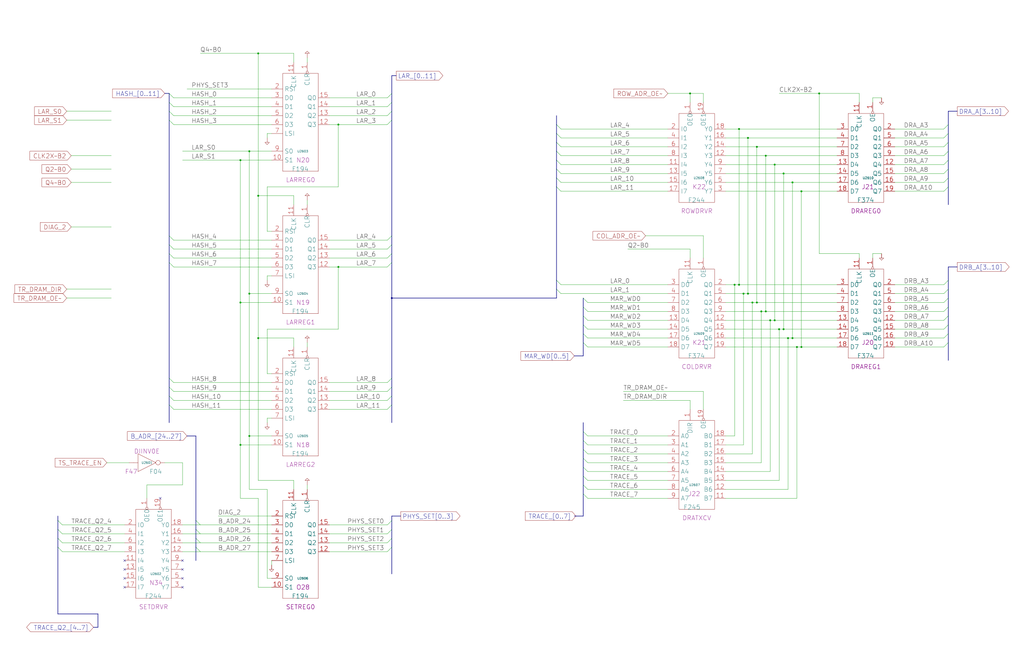
<source format=kicad_sch>
(kicad_sch (version 20250114) (generator "eeschema") (generator_version "9.0")
  (paper "User" 584.2 378.46)
  (title_block (title "ADDRESS\\nLAR AND SET REGISTERS") (date "08-MAR-90") (rev "0.0") (comment 1 "MEM32 BOARD") (comment 2 "232-003066") (comment 3 "S400") (comment 4 "RELEASED"))
  (lib_symbols
    (symbol "r1000:F04" (pin_numbers (hide yes)) (pin_names (hide yes))
      (property "Reference" "U" (at 0 0 0))
      (property "Value" "F04" (at 1.27 -5.08 0))
      (property "Location" "___" (at -12.7 -5.08 0))
      (property "Name" "______" (at 0 5.08 0))
      (symbol "F04_0_1"
        (polyline (pts (xy -7.62 0) (xy -5.08 0)) (stroke (width 0.1524)))
        (polyline (pts (xy -5.08 5.08) (xy -5.08 -5.08)) (stroke (width 0.1524)))
        (polyline (pts (xy 5.08 0) (xy -5.08 5.08)) (stroke (width 0.1524)))
        (polyline (pts (xy 5.08 0) (xy -5.08 -5.08)) (stroke (width 0.1524)))
        (circle (center 6.35 0) (radius 1.27) (stroke (width 0.1524)))
      )
      (symbol "F04_1_1"
        (pin input line (at -10.16 0 0) (length 2.54) (name "D0") (number "1"))
        (pin output line (at 10.16 0 180) (length 2.54) (name "Q") (number "2"))
      )
    )
    (symbol "r1000:F194" (pin_names (offset 1.016))
      (property "Reference" "U" (at 2.54 5.08 0))
      (property "Value" "F194" (at -3.81 -5.08 0))
      (property "Location" "___" (at -1.27 0 0))
      (property "Name" "______" (at 1.27 -12.7 0))
      (symbol "F194_1_1"
        (rectangle (start -8.89 49.53) (end 11.43 -6.35))
        (circle (center 5.08 50.165) (radius 0.635))
        (pin input line (at -15.24 40.64 0) (length 6.35) (name "RSI") (number "2"))
        (pin input line (at -15.24 35.56 0) (length 6.35) (name "D0") (number "3"))
        (pin input line (at -15.24 30.48 0) (length 6.35) (name "D1") (number "4"))
        (pin input line (at -15.24 25.4 0) (length 6.35) (name "D2") (number "5"))
        (pin input line (at -15.24 20.32 0) (length 6.35) (name "D3") (number "6"))
        (pin input line (at -15.24 15.24 0) (length 6.35) (name "LSI") (number "7"))
        (pin input line (at -15.24 5.08 0) (length 6.35) (name "S0") (number "9"))
        (pin input line (at -15.24 0 0) (length 6.35) (name "S1") (number "10"))
        (pin input line (at -2.54 55.88 270) (length 6.35) (name "CLK") (number "11"))
        (pin input line (at 5.08 55.88 270) (length 5.08) (name "CLR") (number "1"))
        (pin output line (at 17.78 35.56 180) (length 6.35) (name "Q0") (number "15"))
        (pin output line (at 17.78 30.48 180) (length 6.35) (name "Q1") (number "14"))
        (pin output line (at 17.78 25.4 180) (length 6.35) (name "Q2") (number "13"))
        (pin output line (at 17.78 20.32 180) (length 6.35) (name "Q3") (number "12"))
      )
    )
    (symbol "r1000:F244" (pin_names (offset 1.016))
      (property "Reference" "U" (at 2.54 5.08 0))
      (property "Value" "F244" (at -3.81 -7.62 0))
      (property "Location" "___" (at -1.27 0 0))
      (property "Name" "______" (at 1.27 -15.24 0))
      (symbol "F244_1_1"
        (rectangle (start -8.89 41.91) (end 11.43 -8.89))
        (circle (center -2.54 42.545) (radius 0.635))
        (circle (center 5.08 42.545) (radius 0.635))
        (pin input line (at -15.24 33.02 0) (length 6.35) (name "I0") (number "2"))
        (pin input line (at -15.24 27.94 0) (length 6.35) (name "I1") (number "4"))
        (pin input line (at -15.24 22.86 0) (length 6.35) (name "I2") (number "6"))
        (pin input line (at -15.24 17.78 0) (length 6.35) (name "I3") (number "8"))
        (pin input line (at -15.24 12.7 0) (length 6.35) (name "I4") (number "11"))
        (pin input line (at -15.24 7.62 0) (length 6.35) (name "I5") (number "13"))
        (pin input line (at -15.24 2.54 0) (length 6.35) (name "I6") (number "15"))
        (pin input line (at -15.24 -2.54 0) (length 6.35) (name "I7") (number "17"))
        (pin input line (at -2.54 48.26 270) (length 5.08) (name "OE0") (number "1"))
        (pin input line (at 5.08 48.26 270) (length 5.08) (name "OE1") (number "19"))
        (pin tri_state line (at 17.78 33.02 180) (length 6.35) (name "Y0") (number "18"))
        (pin tri_state line (at 17.78 27.94 180) (length 6.35) (name "Y1") (number "16"))
        (pin tri_state line (at 17.78 22.86 180) (length 6.35) (name "Y2") (number "14"))
        (pin tri_state line (at 17.78 17.78 180) (length 6.35) (name "Y3") (number "12"))
        (pin tri_state line (at 17.78 12.7 180) (length 6.35) (name "Y4") (number "9"))
        (pin tri_state line (at 17.78 7.62 180) (length 6.35) (name "Y5") (number "7"))
        (pin tri_state line (at 17.78 2.54 180) (length 6.35) (name "Y6") (number "5"))
        (pin tri_state line (at 17.78 -2.54 180) (length 6.35) (name "Y7") (number "3"))
      )
    )
    (symbol "r1000:F245" (pin_names (offset 1.016))
      (property "Reference" "U" (at 2.54 5.08 0))
      (property "Value" "F245" (at -3.81 -7.62 0))
      (property "Location" "___" (at -1.27 0 0))
      (property "Name" "______" (at 3.81 -15.24 0))
      (symbol "F245_1_1"
        (rectangle (start -6.35 41.91) (end 13.97 -8.89))
        (circle (center 7.62 42.545) (radius 0.635))
        (pin bidirectional line (at -12.7 33.02 0) (length 6.35) (name "A0") (number "2"))
        (pin bidirectional line (at -12.7 27.94 0) (length 6.35) (name "A1") (number "3"))
        (pin bidirectional line (at -12.7 22.86 0) (length 6.35) (name "A2") (number "4"))
        (pin bidirectional line (at -12.7 17.78 0) (length 6.35) (name "A3") (number "5"))
        (pin bidirectional line (at -12.7 12.7 0) (length 6.35) (name "A4") (number "6"))
        (pin bidirectional line (at -12.7 7.62 0) (length 6.35) (name "A5") (number "7"))
        (pin bidirectional line (at -12.7 2.54 0) (length 6.35) (name "A6") (number "8"))
        (pin bidirectional line (at -12.7 -2.54 0) (length 6.35) (name "A7") (number "9"))
        (pin input line (at 0 48.26 270) (length 6.35) (name "DIR") (number "1"))
        (pin input line (at 7.62 48.26 270) (length 5.08) (name "OE") (number "19"))
        (pin bidirectional line (at 20.32 33.02 180) (length 6.35) (name "B0") (number "18"))
        (pin bidirectional line (at 20.32 27.94 180) (length 6.35) (name "B1") (number "17"))
        (pin bidirectional line (at 20.32 22.86 180) (length 6.35) (name "B2") (number "16"))
        (pin bidirectional line (at 20.32 17.78 180) (length 6.35) (name "B3") (number "15"))
        (pin bidirectional line (at 20.32 12.7 180) (length 6.35) (name "B4") (number "14"))
        (pin bidirectional line (at 20.32 7.62 180) (length 6.35) (name "B5") (number "13"))
        (pin bidirectional line (at 20.32 2.54 180) (length 6.35) (name "B6") (number "12"))
        (pin bidirectional line (at 20.32 -2.54 180) (length 6.35) (name "B7") (number "11"))
      )
    )
    (symbol "r1000:F374" (pin_names (offset 1.016))
      (property "Reference" "U" (at 2.54 5.08 0))
      (property "Value" "F374" (at -3.81 -7.62 0))
      (property "Location" "___" (at -1.27 0 0))
      (property "Name" "______" (at 1.27 -15.24 0))
      (symbol "F374_1_1"
        (rectangle (start -8.89 41.91) (end 11.43 -8.89))
        (circle (center 5.08 42.545) (radius 0.635))
        (pin input line (at -15.24 33.02 0) (length 6.35) (name "D0") (number "3"))
        (pin input line (at -15.24 27.94 0) (length 6.35) (name "D1") (number "4"))
        (pin input line (at -15.24 22.86 0) (length 6.35) (name "D2") (number "7"))
        (pin input line (at -15.24 17.78 0) (length 6.35) (name "D3") (number "8"))
        (pin input line (at -15.24 12.7 0) (length 6.35) (name "D4") (number "13"))
        (pin input line (at -15.24 7.62 0) (length 6.35) (name "D5") (number "14"))
        (pin input line (at -15.24 2.54 0) (length 6.35) (name "D6") (number "17"))
        (pin input line (at -15.24 -2.54 0) (length 6.35) (name "D7") (number "18"))
        (pin input line (at -2.54 48.26 270) (length 6.35) (name "CLK") (number "11"))
        (pin input line (at 5.08 48.26 270) (length 5.08) (name "OE") (number "1"))
        (pin tri_state line (at 17.78 33.02 180) (length 6.35) (name "Q0") (number "2"))
        (pin tri_state line (at 17.78 27.94 180) (length 6.35) (name "Q1") (number "5"))
        (pin tri_state line (at 17.78 22.86 180) (length 6.35) (name "Q2") (number "6"))
        (pin tri_state line (at 17.78 17.78 180) (length 6.35) (name "Q3") (number "9"))
        (pin tri_state line (at 17.78 12.7 180) (length 6.35) (name "Q4") (number "12"))
        (pin tri_state line (at 17.78 7.62 180) (length 6.35) (name "Q5") (number "15"))
        (pin tri_state line (at 17.78 2.54 180) (length 6.35) (name "Q6") (number "16"))
        (pin tri_state line (at 17.78 -2.54 180) (length 6.35) (name "Q7") (number "19"))
      )
    )
    (symbol "r1000:PD" (power) (pin_numbers (hide yes)) (pin_names (hide yes)) (in_bom no)
      (symbol "PD_0_1"
        (polyline (pts (xy 0 -2.54) (xy 1.27 -2.54) (xy 0 -3.81) (xy -1.27 -2.54) (xy 0 -2.54)) (stroke (width 0.1524)))
      )
      (symbol "PD_1_1"
        (pin power_in line (at 0 0 270) (length 2.54) (name "PD") (number "1"))
      )
    )
    (symbol "r1000:PU" (power) (pin_numbers (hide yes)) (pin_names (hide yes))
      (symbol "PU_0_1"
        (polyline (pts (xy 0 2.54) (xy -1.27 2.54) (xy 0 3.81) (xy 1.27 2.54) (xy 0 2.54)) (stroke (width 0.1524)))
      )
      (symbol "PU_1_1"
        (pin power_in line (at 0 0 90) (length 2.54) (name "PU") (number "1"))
      )
    )
  )
  (junction (at 436.88 177.8))
  (junction (at 419.1 162.56))
  (junction (at 436.88 88.9))
  (junction (at 421.64 162.56))
  (junction (at 142.24 86.36))
  (junction (at 393.7 53.34))
  (junction (at 193.04 152.4))
  (junction (at 441.96 182.88))
  (junction (at 452.12 104.14))
  (junction (at 223.52 170.18))
  (junction (at 147.32 30.48))
  (junction (at 431.8 83.82))
  (junction (at 444.5 187.96))
  (junction (at 193.04 71.12))
  (junction (at 441.96 93.98))
  (junction (at 449.58 193.04))
  (junction (at 467.36 53.34))
  (junction (at 434.34 177.8))
  (junction (at 426.72 167.64))
  (junction (at 142.24 248.92))
  (junction (at 147.32 111.76))
  (junction (at 457.2 109.22))
  (junction (at 142.24 167.64))
  (junction (at 439.42 182.88))
  (junction (at 429.26 172.72))
  (junction (at 421.64 73.66))
  (junction (at 137.16 254))
  (junction (at 457.2 198.12))
  (junction (at 447.04 99.06))
  (junction (at 147.32 193.04))
  (junction (at 452.12 193.04))
  (junction (at 454.66 198.12))
  (junction (at 431.8 172.72))
  (junction (at 447.04 187.96))
  (junction (at 137.16 172.72))
  (junction (at 424.18 167.64))
  (junction (at 137.16 91.44))
  (junction (at 426.72 78.74))
  (no_connect (at 71.12 320.04))
  (no_connect (at 91.44 284.48))
  (no_connect (at 104.14 330.2))
  (no_connect (at 104.14 325.12))
  (no_connect (at 71.12 335.28))
  (no_connect (at 71.12 325.12))
  (no_connect (at 104.14 335.28))
  (no_connect (at 104.14 320.04))
  (no_connect (at 71.12 330.2))
  (bus_entry (at 332.74 190.5) (size 2.54 2.54))
  (bus_entry (at 111.76 297.18) (size 2.54 2.54))
  (bus_entry (at 332.74 195.58) (size 2.54 2.54))
  (bus_entry (at 541.02 81.28) (size -2.54 2.54))
  (bus_entry (at 317.5 76.2) (size 2.54 2.54))
  (bus_entry (at 111.76 302.26) (size 2.54 2.54))
  (bus_entry (at 223.52 307.34) (size -2.54 2.54))
  (bus_entry (at 332.74 271.78) (size 2.54 2.54))
  (bus_entry (at 96.52 63.5) (size 2.54 2.54))
  (bus_entry (at 317.5 106.68) (size 2.54 2.54))
  (bus_entry (at 96.52 231.14) (size 2.54 2.54))
  (bus_entry (at 223.52 215.9) (size -2.54 2.54))
  (bus_entry (at 96.52 134.62) (size 2.54 2.54))
  (bus_entry (at 317.5 71.12) (size 2.54 2.54))
  (bus_entry (at 332.74 185.42) (size 2.54 2.54))
  (bus_entry (at 223.52 220.98) (size -2.54 2.54))
  (bus_entry (at 332.74 180.34) (size 2.54 2.54))
  (bus_entry (at 332.74 170.18) (size 2.54 2.54))
  (bus_entry (at 541.02 76.2) (size -2.54 2.54))
  (bus_entry (at 332.74 276.86) (size 2.54 2.54))
  (bus_entry (at 33.02 302.26) (size 2.54 2.54))
  (bus_entry (at 96.52 215.9) (size 2.54 2.54))
  (bus_entry (at 541.02 106.68) (size -2.54 2.54))
  (bus_entry (at 332.74 266.7) (size 2.54 2.54))
  (bus_entry (at 223.52 144.78) (size -2.54 2.54))
  (bus_entry (at 317.5 81.28) (size 2.54 2.54))
  (bus_entry (at 96.52 226.06) (size 2.54 2.54))
  (bus_entry (at 541.02 185.42) (size -2.54 2.54))
  (bus_entry (at 96.52 139.7) (size 2.54 2.54))
  (bus_entry (at 332.74 246.38) (size 2.54 2.54))
  (bus_entry (at 541.02 165.1) (size -2.54 2.54))
  (bus_entry (at 332.74 256.54) (size 2.54 2.54))
  (bus_entry (at 541.02 91.44) (size -2.54 2.54))
  (bus_entry (at 541.02 170.18) (size -2.54 2.54))
  (bus_entry (at 223.52 53.34) (size -2.54 2.54))
  (bus_entry (at 96.52 144.78) (size 2.54 2.54))
  (bus_entry (at 223.52 302.26) (size -2.54 2.54))
  (bus_entry (at 541.02 86.36) (size -2.54 2.54))
  (bus_entry (at 223.52 58.42) (size -2.54 2.54))
  (bus_entry (at 96.52 68.58) (size 2.54 2.54))
  (bus_entry (at 317.5 86.36) (size 2.54 2.54))
  (bus_entry (at 541.02 195.58) (size -2.54 2.54))
  (bus_entry (at 541.02 190.5) (size -2.54 2.54))
  (bus_entry (at 332.74 251.46) (size 2.54 2.54))
  (bus_entry (at 317.5 165.1) (size 2.54 2.54))
  (bus_entry (at 33.02 312.42) (size 2.54 2.54))
  (bus_entry (at 541.02 96.52) (size -2.54 2.54))
  (bus_entry (at 541.02 71.12) (size -2.54 2.54))
  (bus_entry (at 223.52 231.14) (size -2.54 2.54))
  (bus_entry (at 223.52 68.58) (size -2.54 2.54))
  (bus_entry (at 541.02 101.6) (size -2.54 2.54))
  (bus_entry (at 317.5 91.44) (size 2.54 2.54))
  (bus_entry (at 541.02 160.02) (size -2.54 2.54))
  (bus_entry (at 223.52 226.06) (size -2.54 2.54))
  (bus_entry (at 317.5 101.6) (size 2.54 2.54))
  (bus_entry (at 223.52 312.42) (size -2.54 2.54))
  (bus_entry (at 223.52 297.18) (size -2.54 2.54))
  (bus_entry (at 33.02 307.34) (size 2.54 2.54))
  (bus_entry (at 541.02 175.26) (size -2.54 2.54))
  (bus_entry (at 223.52 149.86) (size -2.54 2.54))
  (bus_entry (at 332.74 261.62) (size 2.54 2.54))
  (bus_entry (at 317.5 160.02) (size 2.54 2.54))
  (bus_entry (at 111.76 312.42) (size 2.54 2.54))
  (bus_entry (at 332.74 175.26) (size 2.54 2.54))
  (bus_entry (at 223.52 134.62) (size -2.54 2.54))
  (bus_entry (at 317.5 96.52) (size 2.54 2.54))
  (bus_entry (at 541.02 180.34) (size -2.54 2.54))
  (bus_entry (at 332.74 281.94) (size 2.54 2.54))
  (bus_entry (at 96.52 220.98) (size 2.54 2.54))
  (bus_entry (at 223.52 139.7) (size -2.54 2.54))
  (bus_entry (at 223.52 63.5) (size -2.54 2.54))
  (bus_entry (at 96.52 58.42) (size 2.54 2.54))
  (bus_entry (at 111.76 307.34) (size 2.54 2.54))
  (bus_entry (at 96.52 149.86) (size 2.54 2.54))
  (bus_entry (at 96.52 53.34) (size 2.54 2.54))
  (bus_entry (at 33.02 297.18) (size 2.54 2.54))
  (bus (pts (xy 93.98 53.34) (xy 96.52 53.34)))
  (wire (pts (xy 99.06 147.32) (xy 154.94 147.32)))
  (wire (pts (xy 447.04 99.06) (xy 477.52 99.06)))
  (wire (pts (xy 419.1 162.56) (xy 421.64 162.56)))
  (bus (pts (xy 106.68 248.92) (xy 111.76 248.92)))
  (wire (pts (xy 147.32 111.76) (xy 167.64 111.76)))
  (bus (pts (xy 317.5 101.6) (xy 317.5 106.68)))
  (wire (pts (xy 137.16 254) (xy 137.16 284.48)))
  (bus (pts (xy 33.02 294.64) (xy 33.02 297.18)))
  (wire (pts (xy 431.8 83.82) (xy 431.8 172.72)))
  (wire (pts (xy 167.64 279.4) (xy 167.64 274.32)))
  (wire (pts (xy 187.96 233.68) (xy 220.98 233.68)))
  (wire (pts (xy 35.56 314.96) (xy 71.12 314.96)))
  (bus (pts (xy 541.02 63.5) (xy 541.02 71.12)))
  (wire (pts (xy 38.1 165.1) (xy 63.5 165.1)))
  (bus (pts (xy 541.02 106.68) (xy 541.02 116.84)))
  (wire (pts (xy 457.2 109.22) (xy 477.52 109.22)))
  (bus (pts (xy 223.52 170.18) (xy 317.5 170.18)))
  (wire (pts (xy 147.32 284.48) (xy 137.16 284.48)))
  (wire (pts (xy 510.54 187.96) (xy 538.48 187.96)))
  (wire (pts (xy 414.02 78.74) (xy 426.72 78.74)))
  (wire (pts (xy 320.04 167.64) (xy 381 167.64)))
  (wire (pts (xy 147.32 193.04) (xy 167.64 193.04)))
  (wire (pts (xy 452.12 104.14) (xy 452.12 193.04)))
  (bus (pts (xy 111.76 312.42) (xy 111.76 320.04)))
  (wire (pts (xy 401.32 223.52) (xy 401.32 233.68)))
  (wire (pts (xy 401.32 134.62) (xy 401.32 147.32)))
  (wire (pts (xy 490.22 53.34) (xy 490.22 58.42)))
  (wire (pts (xy 510.54 109.22) (xy 538.48 109.22)))
  (wire (pts (xy 447.04 99.06) (xy 447.04 187.96)))
  (wire (pts (xy 320.04 93.98) (xy 381 93.98)))
  (wire (pts (xy 147.32 274.32) (xy 147.32 193.04)))
  (wire (pts (xy 414.02 109.22) (xy 457.2 109.22)))
  (wire (pts (xy 106.68 50.8) (xy 154.94 50.8)))
  (wire (pts (xy 510.54 73.66) (xy 538.48 73.66)))
  (wire (pts (xy 99.06 60.96) (xy 154.94 60.96)))
  (wire (pts (xy 426.72 78.74) (xy 426.72 167.64)))
  (bus (pts (xy 96.52 139.7) (xy 96.52 144.78)))
  (wire (pts (xy 467.36 144.78) (xy 467.36 53.34)))
  (wire (pts (xy 114.3 309.88) (xy 154.94 309.88)))
  (bus (pts (xy 541.02 71.12) (xy 541.02 76.2)))
  (wire (pts (xy 452.12 104.14) (xy 477.52 104.14)))
  (wire (pts (xy 434.34 264.16) (xy 414.02 264.16)))
  (bus (pts (xy 332.74 281.94) (xy 332.74 294.64)))
  (wire (pts (xy 320.04 88.9) (xy 381 88.9)))
  (wire (pts (xy 510.54 99.06) (xy 538.48 99.06)))
  (wire (pts (xy 99.06 223.52) (xy 154.94 223.52)))
  (bus (pts (xy 317.5 165.1) (xy 317.5 170.18)))
  (wire (pts (xy 335.28 284.48) (xy 381 284.48)))
  (bus (pts (xy 541.02 175.26) (xy 541.02 180.34)))
  (bus (pts (xy 332.74 256.54) (xy 332.74 261.62)))
  (wire (pts (xy 441.96 182.88) (xy 477.52 182.88)))
  (bus (pts (xy 223.52 294.64) (xy 228.6 294.64)))
  (wire (pts (xy 335.28 274.32) (xy 381 274.32)))
  (wire (pts (xy 452.12 193.04) (xy 477.52 193.04)))
  (bus (pts (xy 96.52 226.06) (xy 96.52 231.14)))
  (wire (pts (xy 320.04 109.22) (xy 381 109.22)))
  (wire (pts (xy 187.96 66.04) (xy 220.98 66.04)))
  (wire (pts (xy 429.26 259.08) (xy 429.26 172.72)))
  (wire (pts (xy 439.42 182.88) (xy 441.96 182.88)))
  (wire (pts (xy 154.94 335.28) (xy 147.32 335.28)))
  (bus (pts (xy 223.52 58.42) (xy 223.52 63.5)))
  (bus (pts (xy 223.52 294.64) (xy 223.52 297.18)))
  (wire (pts (xy 35.56 299.72) (xy 71.12 299.72)))
  (wire (pts (xy 167.64 35.56) (xy 167.64 30.48)))
  (wire (pts (xy 152.4 213.36) (xy 154.94 213.36)))
  (wire (pts (xy 99.06 228.6) (xy 154.94 228.6)))
  (wire (pts (xy 152.4 279.4) (xy 142.24 279.4)))
  (wire (pts (xy 449.58 193.04) (xy 452.12 193.04)))
  (wire (pts (xy 393.7 53.34) (xy 393.7 58.42)))
  (wire (pts (xy 444.5 53.34) (xy 467.36 53.34)))
  (bus (pts (xy 332.74 185.42) (xy 332.74 190.5)))
  (wire (pts (xy 187.96 299.72) (xy 220.98 299.72)))
  (wire (pts (xy 104.14 86.36) (xy 142.24 86.36)))
  (bus (pts (xy 96.52 215.9) (xy 96.52 220.98)))
  (wire (pts (xy 99.06 218.44) (xy 154.94 218.44)))
  (bus (pts (xy 541.02 91.44) (xy 541.02 96.52)))
  (bus (pts (xy 223.52 43.18) (xy 223.52 53.34)))
  (bus (pts (xy 33.02 297.18) (xy 33.02 302.26)))
  (wire (pts (xy 335.28 182.88) (xy 381 182.88)))
  (bus (pts (xy 223.52 215.9) (xy 223.52 220.98)))
  (bus (pts (xy 541.02 180.34) (xy 541.02 185.42)))
  (bus (pts (xy 96.52 58.42) (xy 96.52 63.5)))
  (wire (pts (xy 99.06 233.68) (xy 154.94 233.68)))
  (wire (pts (xy 142.24 248.92) (xy 154.94 248.92)))
  (bus (pts (xy 332.74 175.26) (xy 332.74 180.34)))
  (wire (pts (xy 137.16 91.44) (xy 154.94 91.44)))
  (wire (pts (xy 40.64 88.9) (xy 63.5 88.9)))
  (wire (pts (xy 99.06 66.04) (xy 154.94 66.04)))
  (wire (pts (xy 175.26 33.02) (xy 175.26 35.56)))
  (wire (pts (xy 152.4 157.48) (xy 154.94 157.48)))
  (wire (pts (xy 355.6 223.52) (xy 401.32 223.52)))
  (wire (pts (xy 137.16 254) (xy 154.94 254)))
  (wire (pts (xy 510.54 172.72) (xy 538.48 172.72)))
  (bus (pts (xy 317.5 86.36) (xy 317.5 91.44)))
  (wire (pts (xy 426.72 78.74) (xy 477.52 78.74)))
  (wire (pts (xy 93.98 264.16) (xy 104.14 264.16)))
  (bus (pts (xy 223.52 43.18) (xy 226.06 43.18)))
  (wire (pts (xy 502.92 55.88) (xy 497.84 55.88)))
  (wire (pts (xy 40.64 129.54) (xy 63.5 129.54)))
  (wire (pts (xy 147.32 193.04) (xy 147.32 111.76)))
  (wire (pts (xy 426.72 167.64) (xy 477.52 167.64)))
  (bus (pts (xy 317.5 71.12) (xy 317.5 76.2)))
  (bus (pts (xy 223.52 226.06) (xy 223.52 231.14)))
  (wire (pts (xy 320.04 104.14) (xy 381 104.14)))
  (wire (pts (xy 193.04 187.96) (xy 152.4 187.96)))
  (wire (pts (xy 137.16 254) (xy 137.16 172.72)))
  (bus (pts (xy 541.02 170.18) (xy 541.02 175.26)))
  (bus (pts (xy 332.74 170.18) (xy 332.74 175.26)))
  (wire (pts (xy 431.8 83.82) (xy 477.52 83.82)))
  (bus (pts (xy 96.52 134.62) (xy 96.52 139.7)))
  (wire (pts (xy 99.06 152.4) (xy 154.94 152.4)))
  (wire (pts (xy 114.3 30.48) (xy 147.32 30.48)))
  (wire (pts (xy 414.02 167.64) (xy 424.18 167.64)))
  (wire (pts (xy 104.14 304.8) (xy 114.3 304.8)))
  (wire (pts (xy 419.1 248.92) (xy 419.1 162.56)))
  (bus (pts (xy 541.02 190.5) (xy 541.02 195.58)))
  (wire (pts (xy 137.16 172.72) (xy 154.94 172.72)))
  (bus (pts (xy 55.88 358.14) (xy 55.88 350.52)))
  (wire (pts (xy 355.6 228.6) (xy 393.7 228.6)))
  (wire (pts (xy 152.4 238.76) (xy 154.94 238.76)))
  (wire (pts (xy 436.88 88.9) (xy 436.88 177.8)))
  (wire (pts (xy 187.96 137.16) (xy 220.98 137.16)))
  (bus (pts (xy 223.52 231.14) (xy 223.52 241.3)))
  (wire (pts (xy 434.34 177.8) (xy 434.34 264.16)))
  (wire (pts (xy 104.14 314.96) (xy 114.3 314.96)))
  (wire (pts (xy 152.4 241.3) (xy 152.4 238.76)))
  (wire (pts (xy 454.66 198.12) (xy 454.66 284.48)))
  (wire (pts (xy 424.18 167.64) (xy 426.72 167.64)))
  (bus (pts (xy 541.02 101.6) (xy 541.02 106.68)))
  (wire (pts (xy 320.04 99.06) (xy 381 99.06)))
  (bus (pts (xy 332.74 251.46) (xy 332.74 256.54)))
  (wire (pts (xy 152.4 187.96) (xy 152.4 213.36)))
  (wire (pts (xy 368.3 134.62) (xy 401.32 134.62)))
  (wire (pts (xy 510.54 182.88) (xy 538.48 182.88)))
  (wire (pts (xy 99.06 71.12) (xy 154.94 71.12)))
  (wire (pts (xy 147.32 335.28) (xy 147.32 284.48)))
  (wire (pts (xy 414.02 93.98) (xy 441.96 93.98)))
  (wire (pts (xy 320.04 73.66) (xy 381 73.66)))
  (bus (pts (xy 111.76 248.92) (xy 111.76 297.18)))
  (bus (pts (xy 541.02 76.2) (xy 541.02 81.28)))
  (wire (pts (xy 447.04 187.96) (xy 477.52 187.96)))
  (wire (pts (xy 335.28 193.04) (xy 381 193.04)))
  (wire (pts (xy 187.96 309.88) (xy 220.98 309.88)))
  (bus (pts (xy 55.88 350.52) (xy 33.02 350.52)))
  (wire (pts (xy 187.96 218.44) (xy 220.98 218.44)))
  (wire (pts (xy 142.24 86.36) (xy 154.94 86.36)))
  (wire (pts (xy 429.26 172.72) (xy 431.8 172.72)))
  (bus (pts (xy 111.76 297.18) (xy 111.76 302.26)))
  (bus (pts (xy 317.5 81.28) (xy 317.5 86.36)))
  (wire (pts (xy 152.4 132.08) (xy 154.94 132.08)))
  (wire (pts (xy 414.02 248.92) (xy 419.1 248.92)))
  (wire (pts (xy 114.3 304.8) (xy 154.94 304.8)))
  (bus (pts (xy 541.02 152.4) (xy 546.1 152.4)))
  (bus (pts (xy 111.76 307.34) (xy 111.76 312.42)))
  (wire (pts (xy 175.26 195.58) (xy 175.26 198.12)))
  (wire (pts (xy 154.94 320.04) (xy 154.94 322.58)))
  (wire (pts (xy 35.56 304.8) (xy 71.12 304.8)))
  (wire (pts (xy 335.28 187.96) (xy 381 187.96)))
  (bus (pts (xy 223.52 149.86) (xy 223.52 170.18)))
  (wire (pts (xy 510.54 177.8) (xy 538.48 177.8)))
  (wire (pts (xy 167.64 116.84) (xy 167.64 111.76)))
  (wire (pts (xy 152.4 106.68) (xy 152.4 132.08)))
  (wire (pts (xy 187.96 223.52) (xy 220.98 223.52)))
  (bus (pts (xy 53.34 358.14) (xy 55.88 358.14)))
  (bus (pts (xy 33.02 312.42) (xy 33.02 350.52)))
  (wire (pts (xy 510.54 78.74) (xy 538.48 78.74)))
  (wire (pts (xy 114.3 299.72) (xy 154.94 299.72)))
  (wire (pts (xy 187.96 314.96) (xy 220.98 314.96)))
  (bus (pts (xy 332.74 195.58) (xy 332.74 203.2)))
  (wire (pts (xy 152.4 330.2) (xy 152.4 279.4)))
  (wire (pts (xy 175.26 114.3) (xy 175.26 116.84)))
  (bus (pts (xy 317.5 160.02) (xy 317.5 165.1)))
  (bus (pts (xy 96.52 220.98) (xy 96.52 226.06)))
  (wire (pts (xy 414.02 88.9) (xy 436.88 88.9)))
  (wire (pts (xy 414.02 193.04) (xy 449.58 193.04)))
  (wire (pts (xy 414.02 99.06) (xy 447.04 99.06)))
  (bus (pts (xy 96.52 231.14) (xy 96.52 241.3)))
  (wire (pts (xy 335.28 279.4) (xy 381 279.4)))
  (wire (pts (xy 114.3 314.96) (xy 154.94 314.96)))
  (wire (pts (xy 193.04 152.4) (xy 220.98 152.4)))
  (wire (pts (xy 193.04 71.12) (xy 193.04 106.68)))
  (bus (pts (xy 541.02 160.02) (xy 541.02 165.1)))
  (bus (pts (xy 223.52 63.5) (xy 223.52 68.58)))
  (wire (pts (xy 38.1 68.58) (xy 63.5 68.58)))
  (wire (pts (xy 457.2 198.12) (xy 477.52 198.12)))
  (wire (pts (xy 187.96 55.88) (xy 220.98 55.88)))
  (bus (pts (xy 223.52 53.34) (xy 223.52 58.42)))
  (wire (pts (xy 510.54 88.9) (xy 538.48 88.9)))
  (bus (pts (xy 223.52 307.34) (xy 223.52 312.42)))
  (wire (pts (xy 449.58 193.04) (xy 449.58 279.4)))
  (wire (pts (xy 99.06 137.16) (xy 154.94 137.16)))
  (bus (pts (xy 96.52 63.5) (xy 96.52 68.58)))
  (wire (pts (xy 444.5 187.96) (xy 447.04 187.96)))
  (wire (pts (xy 421.64 162.56) (xy 477.52 162.56)))
  (wire (pts (xy 154.94 330.2) (xy 152.4 330.2)))
  (wire (pts (xy 414.02 162.56) (xy 419.1 162.56)))
  (bus (pts (xy 33.02 302.26) (xy 33.02 307.34)))
  (wire (pts (xy 441.96 93.98) (xy 477.52 93.98)))
  (wire (pts (xy 424.18 167.64) (xy 424.18 254)))
  (wire (pts (xy 490.22 147.32) (xy 490.22 144.78)))
  (wire (pts (xy 358.14 142.24) (xy 393.7 142.24)))
  (wire (pts (xy 449.58 279.4) (xy 414.02 279.4)))
  (wire (pts (xy 152.4 76.2) (xy 154.94 76.2)))
  (bus (pts (xy 332.74 241.3) (xy 332.74 246.38)))
  (bus (pts (xy 541.02 185.42) (xy 541.02 190.5)))
  (wire (pts (xy 152.4 78.74) (xy 152.4 76.2)))
  (bus (pts (xy 33.02 307.34) (xy 33.02 312.42)))
  (wire (pts (xy 510.54 162.56) (xy 538.48 162.56)))
  (wire (pts (xy 439.42 269.24) (xy 439.42 182.88)))
  (wire (pts (xy 104.14 309.88) (xy 114.3 309.88)))
  (wire (pts (xy 99.06 142.24) (xy 154.94 142.24)))
  (wire (pts (xy 175.26 276.86) (xy 175.26 279.4)))
  (wire (pts (xy 497.84 144.78) (xy 497.84 147.32)))
  (bus (pts (xy 223.52 297.18) (xy 223.52 302.26)))
  (wire (pts (xy 510.54 193.04) (xy 538.48 193.04)))
  (wire (pts (xy 320.04 83.82) (xy 381 83.82)))
  (bus (pts (xy 111.76 302.26) (xy 111.76 307.34)))
  (wire (pts (xy 152.4 160.02) (xy 152.4 157.48)))
  (wire (pts (xy 414.02 259.08) (xy 429.26 259.08)))
  (wire (pts (xy 444.5 187.96) (xy 444.5 274.32)))
  (wire (pts (xy 335.28 172.72) (xy 381 172.72)))
  (wire (pts (xy 335.28 248.92) (xy 381 248.92)))
  (bus (pts (xy 541.02 165.1) (xy 541.02 170.18)))
  (bus (pts (xy 541.02 96.52) (xy 541.02 101.6)))
  (wire (pts (xy 510.54 198.12) (xy 538.48 198.12)))
  (wire (pts (xy 414.02 198.12) (xy 454.66 198.12)))
  (wire (pts (xy 187.96 152.4) (xy 193.04 152.4)))
  (wire (pts (xy 38.1 170.18) (xy 63.5 170.18)))
  (wire (pts (xy 60.96 264.16) (xy 73.66 264.16)))
  (wire (pts (xy 393.7 142.24) (xy 393.7 147.32)))
  (wire (pts (xy 40.64 96.52) (xy 63.5 96.52)))
  (wire (pts (xy 502.92 144.78) (xy 497.84 144.78)))
  (bus (pts (xy 223.52 68.58) (xy 223.52 134.62)))
  (wire (pts (xy 393.7 53.34) (xy 401.32 53.34)))
  (wire (pts (xy 83.82 276.86) (xy 83.82 284.48)))
  (wire (pts (xy 421.64 73.66) (xy 477.52 73.66)))
  (wire (pts (xy 414.02 269.24) (xy 439.42 269.24)))
  (wire (pts (xy 137.16 172.72) (xy 137.16 91.44)))
  (wire (pts (xy 454.66 198.12) (xy 457.2 198.12)))
  (wire (pts (xy 193.04 106.68) (xy 152.4 106.68)))
  (wire (pts (xy 434.34 177.8) (xy 436.88 177.8)))
  (wire (pts (xy 104.14 276.86) (xy 83.82 276.86)))
  (wire (pts (xy 187.96 147.32) (xy 220.98 147.32)))
  (wire (pts (xy 510.54 83.82) (xy 538.48 83.82)))
  (bus (pts (xy 223.52 144.78) (xy 223.52 149.86)))
  (wire (pts (xy 401.32 53.34) (xy 401.32 58.42)))
  (wire (pts (xy 414.02 182.88) (xy 439.42 182.88)))
  (wire (pts (xy 320.04 162.56) (xy 381 162.56)))
  (wire (pts (xy 414.02 73.66) (xy 421.64 73.66)))
  (bus (pts (xy 96.52 149.86) (xy 96.52 215.9)))
  (bus (pts (xy 332.74 276.86) (xy 332.74 281.94)))
  (wire (pts (xy 147.32 111.76) (xy 147.32 30.48)))
  (wire (pts (xy 104.14 91.44) (xy 137.16 91.44)))
  (bus (pts (xy 541.02 195.58) (xy 541.02 205.74)))
  (wire (pts (xy 104.14 299.72) (xy 114.3 299.72)))
  (wire (pts (xy 510.54 104.14) (xy 538.48 104.14)))
  (wire (pts (xy 467.36 53.34) (xy 490.22 53.34)))
  (bus (pts (xy 96.52 53.34) (xy 96.52 58.42)))
  (wire (pts (xy 104.14 264.16) (xy 104.14 276.86)))
  (bus (pts (xy 317.5 76.2) (xy 317.5 81.28)))
  (bus (pts (xy 96.52 144.78) (xy 96.52 149.86)))
  (wire (pts (xy 497.84 55.88) (xy 497.84 58.42)))
  (wire (pts (xy 421.64 73.66) (xy 421.64 162.56)))
  (bus (pts (xy 332.74 261.62) (xy 332.74 266.7)))
  (wire (pts (xy 457.2 109.22) (xy 457.2 198.12)))
  (wire (pts (xy 414.02 104.14) (xy 452.12 104.14)))
  (bus (pts (xy 541.02 86.36) (xy 541.02 91.44)))
  (bus (pts (xy 223.52 170.18) (xy 223.52 215.9)))
  (bus (pts (xy 223.52 302.26) (xy 223.52 307.34)))
  (wire (pts (xy 187.96 142.24) (xy 220.98 142.24)))
  (wire (pts (xy 436.88 88.9) (xy 477.52 88.9)))
  (wire (pts (xy 124.46 294.64) (xy 154.94 294.64)))
  (wire (pts (xy 35.56 309.88) (xy 71.12 309.88)))
  (wire (pts (xy 99.06 55.88) (xy 154.94 55.88)))
  (bus (pts (xy 223.52 312.42) (xy 223.52 327.66)))
  (bus (pts (xy 541.02 152.4) (xy 541.02 160.02)))
  (wire (pts (xy 193.04 71.12) (xy 220.98 71.12)))
  (wire (pts (xy 40.64 104.14) (xy 63.5 104.14)))
  (bus (pts (xy 332.74 180.34) (xy 332.74 185.42)))
  (wire (pts (xy 510.54 167.64) (xy 538.48 167.64)))
  (bus (pts (xy 332.74 190.5) (xy 332.74 195.58)))
  (bus (pts (xy 332.74 266.7) (xy 332.74 271.78)))
  (bus (pts (xy 327.66 294.64) (xy 332.74 294.64)))
  (bus (pts (xy 317.5 66.04) (xy 317.5 71.12)))
  (wire (pts (xy 335.28 259.08) (xy 381 259.08)))
  (wire (pts (xy 335.28 254) (xy 381 254)))
  (bus (pts (xy 317.5 106.68) (xy 317.5 160.02)))
  (wire (pts (xy 142.24 248.92) (xy 142.24 167.64)))
  (bus (pts (xy 541.02 63.5) (xy 546.1 63.5)))
  (wire (pts (xy 436.88 177.8) (xy 477.52 177.8)))
  (bus (pts (xy 317.5 91.44) (xy 317.5 96.52)))
  (wire (pts (xy 167.64 198.12) (xy 167.64 193.04)))
  (bus (pts (xy 332.74 271.78) (xy 332.74 276.86)))
  (wire (pts (xy 490.22 144.78) (xy 467.36 144.78)))
  (bus (pts (xy 317.5 96.52) (xy 317.5 101.6)))
  (wire (pts (xy 142.24 248.92) (xy 142.24 279.4)))
  (wire (pts (xy 335.28 269.24) (xy 381 269.24)))
  (wire (pts (xy 414.02 187.96) (xy 444.5 187.96)))
  (wire (pts (xy 335.28 177.8) (xy 381 177.8)))
  (wire (pts (xy 381 53.34) (xy 393.7 53.34)))
  (wire (pts (xy 431.8 172.72) (xy 477.52 172.72)))
  (wire (pts (xy 167.64 274.32) (xy 147.32 274.32)))
  (wire (pts (xy 454.66 284.48) (xy 414.02 284.48)))
  (bus (pts (xy 223.52 134.62) (xy 223.52 139.7)))
  (bus (pts (xy 96.52 68.58) (xy 96.52 134.62)))
  (wire (pts (xy 142.24 167.64) (xy 142.24 86.36)))
  (wire (pts (xy 38.1 63.5) (xy 63.5 63.5)))
  (wire (pts (xy 320.04 78.74) (xy 381 78.74)))
  (bus (pts (xy 223.52 139.7) (xy 223.52 144.78)))
  (bus (pts (xy 541.02 81.28) (xy 541.02 86.36)))
  (bus (pts (xy 327.66 203.2) (xy 332.74 203.2)))
  (wire (pts (xy 187.96 60.96) (xy 220.98 60.96)))
  (wire (pts (xy 335.28 198.12) (xy 381 198.12)))
  (wire (pts (xy 441.96 93.98) (xy 441.96 182.88)))
  (wire (pts (xy 187.96 228.6) (xy 220.98 228.6)))
  (wire (pts (xy 147.32 30.48) (xy 167.64 30.48)))
  (wire (pts (xy 393.7 228.6) (xy 393.7 233.68)))
  (bus (pts (xy 332.74 246.38) (xy 332.74 251.46)))
  (wire (pts (xy 187.96 71.12) (xy 193.04 71.12)))
  (wire (pts (xy 335.28 264.16) (xy 381 264.16)))
  (wire (pts (xy 414.02 172.72) (xy 429.26 172.72)))
  (wire (pts (xy 414.02 177.8) (xy 434.34 177.8)))
  (wire (pts (xy 193.04 152.4) (xy 193.04 187.96)))
  (wire (pts (xy 142.24 167.64) (xy 154.94 167.64)))
  (wire (pts (xy 424.18 254) (xy 414.02 254)))
  (wire (pts (xy 444.5 274.32) (xy 414.02 274.32)))
  (wire (pts (xy 510.54 93.98) (xy 538.48 93.98)))
  (wire (pts (xy 187.96 304.8) (xy 220.98 304.8)))
  (wire (pts (xy 414.02 83.82) (xy 431.8 83.82)))
  (bus (pts (xy 223.52 220.98) (xy 223.52 226.06)))
  (label "LAR_1" (at 347.98 167.64 0) (effects (font (size 2.54 2.54))))
  (label "LAR_6" (at 347.98 83.82 0) (effects (font (size 2.54 2.54))))
  (label "LAR_5" (at 203.2 142.24 0) (effects (font (size 2.54 2.54))))
  (label "LAR_9" (at 347.98 99.06 0) (effects (font (size 2.54 2.54))))
  (label "LAR_6" (at 203.2 147.32 0) (effects (font (size 2.54 2.54))))
  (label "HASH_5" (at 109.22 142.24 0) (effects (font (size 2.54 2.54))))
  (label "HASH_2" (at 109.22 66.04 0) (effects (font (size 2.54 2.54))))
  (label "LAR_10" (at 347.98 104.14 0) (effects (font (size 2.54 2.54))))
  (label "HASH_6" (at 109.22 147.32 0) (effects (font (size 2.54 2.54))))
  (label "LAR_10" (at 203.2 228.6 0) (effects (font (size 2.54 2.54))))
  (label "DIAG_2" (at 124.46 294.64 0) (effects (font (size 2.54 2.54))))
  (label "LAR_8" (at 203.2 218.44 0) (effects (font (size 2.54 2.54))))
  (label "HASH_9" (at 109.22 223.52 0) (effects (font (size 2.54 2.54))))
  (label "LAR_0" (at 347.98 162.56 0) (effects (font (size 2.54 2.54))))
  (label "DRA_A4" (at 515.62 78.74 0) (effects (font (size 2.54 2.54))))
  (label "TRACE_4" (at 347.98 269.24 0) (effects (font (size 2.54 2.54))))
  (label "DRB_A9" (at 515.62 193.04 0) (effects (font (size 2.54 2.54))))
  (label "MAR_WD3" (at 347.98 187.96 0) (effects (font (size 2.54 2.54))))
  (label "LAR_S1" (at 109.22 91.44 0) (effects (font (size 2.54 2.54))))
  (label "LAR_5" (at 347.98 78.74 0) (effects (font (size 2.54 2.54))))
  (label "LAR_3" (at 203.2 71.12 0) (effects (font (size 2.54 2.54))))
  (label "TRACE_Q2_4" (at 40.64 299.72 0) (effects (font (size 2.54 2.54))))
  (label "LAR_2" (at 203.2 66.04 0) (effects (font (size 2.54 2.54))))
  (label "LAR_7" (at 347.98 88.9 0) (effects (font (size 2.54 2.54))))
  (label "HASH_11" (at 109.22 233.68 0) (effects (font (size 2.54 2.54))))
  (label "Q4~B0" (at 114.3 30.48 0) (effects (font (size 2.54 2.54))))
  (label "TRACE_Q2_6" (at 40.64 309.88 0) (effects (font (size 2.54 2.54))))
  (label "TRACE_1" (at 347.98 254 0) (effects (font (size 2.54 2.54))))
  (label "DRA_A7" (at 515.62 93.98 0) (effects (font (size 2.54 2.54))))
  (label "TRACE_0" (at 347.98 248.92 0) (effects (font (size 2.54 2.54))))
  (label "DRB_A8" (at 515.62 187.96 0) (effects (font (size 2.54 2.54))))
  (label "TR_DRAM_OE~" (at 355.6 223.52 0) (effects (font (size 2.54 2.54))))
  (label "LAR_11" (at 347.98 109.22 0) (effects (font (size 2.54 2.54))))
  (label "Q2~B0" (at 358.14 142.24 0) (effects (font (size 2.54 2.54))))
  (label "TRACE_6" (at 347.98 279.4 0) (effects (font (size 2.54 2.54))))
  (label "MAR_WD5" (at 347.98 198.12 0) (effects (font (size 2.54 2.54))))
  (label "B_ADR_25" (at 124.46 304.8 0) (effects (font (size 2.54 2.54))))
  (label "DRB_A4" (at 515.62 167.64 0) (effects (font (size 2.54 2.54))))
  (label "DRB_A7" (at 515.62 182.88 0) (effects (font (size 2.54 2.54))))
  (label "DRA_A3" (at 515.62 73.66 0) (effects (font (size 2.54 2.54))))
  (label "TRACE_Q2_5" (at 40.64 304.8 0) (effects (font (size 2.54 2.54))))
  (label "DRB_A6" (at 515.62 177.8 0) (effects (font (size 2.54 2.54))))
  (label "HASH_4" (at 109.22 137.16 0) (effects (font (size 2.54 2.54))))
  (label "LAR_9" (at 203.2 223.52 0) (effects (font (size 2.54 2.54))))
  (label "LAR_0" (at 203.2 55.88 0) (effects (font (size 2.54 2.54))))
  (label "DRA_A9" (at 515.62 104.14 0) (effects (font (size 2.54 2.54))))
  (label "LAR_8" (at 347.98 93.98 0) (effects (font (size 2.54 2.54))))
  (label "TRACE_Q2_7" (at 40.64 314.96 0) (effects (font (size 2.54 2.54))))
  (label "LAR_4" (at 347.98 73.66 0) (effects (font (size 2.54 2.54))))
  (label "MAR_WD2" (at 347.98 182.88 0) (effects (font (size 2.54 2.54))))
  (label "B_ADR_27" (at 124.46 314.96 0) (effects (font (size 2.54 2.54))))
  (label "PHYS_SET3" (at 198.12 314.96 0) (effects (font (size 2.54 2.54))))
  (label "LAR_4" (at 203.2 137.16 0) (effects (font (size 2.54 2.54))))
  (label "TR_DRAM_DIR" (at 355.6 228.6 0) (effects (font (size 2.54 2.54))))
  (label "DRA_A5" (at 515.62 83.82 0) (effects (font (size 2.54 2.54))))
  (label "HASH_1" (at 109.22 60.96 0) (effects (font (size 2.54 2.54))))
  (label "TRACE_7" (at 347.98 284.48 0) (effects (font (size 2.54 2.54))))
  (label "PHYS_SET2" (at 198.12 309.88 0) (effects (font (size 2.54 2.54))))
  (label "DRA_A8" (at 515.62 99.06 0) (effects (font (size 2.54 2.54))))
  (label "LAR_S0" (at 109.22 86.36 0) (effects (font (size 2.54 2.54))))
  (label "DRA_A6" (at 515.62 88.9 0) (effects (font (size 2.54 2.54))))
  (label "DRA_A10" (at 515.62 109.22 0) (effects (font (size 2.54 2.54))))
  (label "HASH_0" (at 109.22 55.88 0) (effects (font (size 2.54 2.54))))
  (label "PHYS_SET1" (at 198.12 304.8 0) (effects (font (size 2.54 2.54))))
  (label "HASH_8" (at 109.22 218.44 0) (effects (font (size 2.54 2.54))))
  (label "CLK2X~B2" (at 444.5 53.34 0) (effects (font (size 2.54 2.54))))
  (label "HASH_7" (at 109.22 152.4 0) (effects (font (size 2.54 2.54))))
  (label "PHYS_SET0" (at 198.12 299.72 0) (effects (font (size 2.54 2.54))))
  (label "HASH_3" (at 109.22 71.12 0) (effects (font (size 2.54 2.54))))
  (label "LAR_1" (at 203.2 60.96 0) (effects (font (size 2.54 2.54))))
  (label "LAR_7" (at 203.2 152.4 0) (effects (font (size 2.54 2.54))))
  (label "TRACE_3" (at 347.98 264.16 0) (effects (font (size 2.54 2.54))))
  (label "LAR_11" (at 203.2 233.68 0) (effects (font (size 2.54 2.54))))
  (label "DRB_A5" (at 515.62 172.72 0) (effects (font (size 2.54 2.54))))
  (label "TRACE_5" (at 347.98 274.32 0) (effects (font (size 2.54 2.54))))
  (label "MAR_WD0" (at 347.98 172.72 0) (effects (font (size 2.54 2.54))))
  (label "MAR_WD1" (at 347.98 177.8 0) (effects (font (size 2.54 2.54))))
  (label "B_ADR_24" (at 124.46 299.72 0) (effects (font (size 2.54 2.54))))
  (label "MAR_WD4" (at 347.98 193.04 0) (effects (font (size 2.54 2.54))))
  (label "HASH_10" (at 109.22 228.6 0) (effects (font (size 2.54 2.54))))
  (label "DRB_A3" (at 515.62 162.56 0) (effects (font (size 2.54 2.54))))
  (label "DRB_A10" (at 515.62 198.12 0) (effects (font (size 2.54 2.54))))
  (label "PHYS_SET3" (at 109.22 50.8 0) (effects (font (size 2.54 2.54))))
  (label "TRACE_2" (at 347.98 259.08 0) (effects (font (size 2.54 2.54))))
  (label "B_ADR_26" (at 124.46 309.88 0) (effects (font (size 2.54 2.54))))
  (global_label "LAR_S0" (shape input) (at 38.1 63.5 180) (effects (font (size 2.54 2.54))) (property "Intersheetrefs" "${INTERSHEET_REFS}" (at 19.7273 63.3413 0) (effects (font (size 1.905 1.905)) (justify right))))
  (global_label "COL_ADR_OE~" (shape input) (at 368.3 134.62 180) (effects (font (size 2.54 2.54))) (property "Intersheetrefs" "${INTERSHEET_REFS}" (at 338.3159 134.4613 0) (effects (font (size 1.905 1.905)) (justify right))))
  (global_label "DRA_A[3..10]" (shape output) (at 546.1 63.5 0) (effects (font (size 2.54 2.54))) (property "Intersheetrefs" "${INTERSHEET_REFS}" (at 575.3584 63.3413 0) (effects (font (size 1.905 1.905)) (justify left))))
  (global_label "B_ADR_[24..27]" (shape input) (at 106.68 248.92 180) (effects (font (size 2.54 2.54))) (property "Intersheetrefs" "${INTERSHEET_REFS}" (at 72.7045 248.7613 0) (effects (font (size 1.905 1.905)) (justify right))))
  (global_label "DRB_A[3..10]" (shape output) (at 546.1 152.4 0) (effects (font (size 2.54 2.54))) (property "Intersheetrefs" "${INTERSHEET_REFS}" (at 575.7212 152.2413 0) (effects (font (size 1.905 1.905)) (justify left))))
  (global_label "Q2~B0" (shape input) (at 40.64 96.52 180) (effects (font (size 2.54 2.54))) (property "Intersheetrefs" "${INTERSHEET_REFS}" (at 23.9607 96.3613 0) (effects (font (size 1.905 1.905)) (justify right))))
  (global_label "DIAG_2" (shape input) (at 40.64 129.54 180) (effects (font (size 2.54 2.54))) (property "Intersheetrefs" "${INTERSHEET_REFS}" (at 22.993 129.3813 0) (effects (font (size 1.905 1.905)) (justify right))))
  (global_label "MAR_WD[0..5]" (shape input) (at 327.66 203.2 180) (effects (font (size 2.54 2.54))) (property "Intersheetrefs" "${INTERSHEET_REFS}" (at 297.1921 203.0413 0) (effects (font (size 1.905 1.905)) (justify right))))
  (global_label "TR_DRAM_OE~" (shape input) (at 38.1 170.18 180) (effects (font (size 2.54 2.54))) (property "Intersheetrefs" "${INTERSHEET_REFS}" (at 7.995 170.0213 0) (effects (font (size 1.905 1.905)) (justify right))))
  (global_label "LAR_[0..11]" (shape output) (at 226.06 43.18 0) (effects (font (size 2.54 2.54))) (property "Intersheetrefs" "${INTERSHEET_REFS}" (at 252.6574 43.0213 0) (effects (font (size 1.905 1.905)) (justify left))))
  (global_label "LAR_S1" (shape input) (at 38.1 68.58 180) (effects (font (size 2.54 2.54))) (property "Intersheetrefs" "${INTERSHEET_REFS}" (at 19.7273 68.4213 0) (effects (font (size 1.905 1.905)) (justify right))))
  (global_label "ROW_ADR_OE~" (shape input) (at 381 53.34 180) (effects (font (size 2.54 2.54))) (property "Intersheetrefs" "${INTERSHEET_REFS}" (at 350.1692 53.1813 0) (effects (font (size 1.905 1.905)) (justify right))))
  (global_label "PHYS_SET[0..3]" (shape output) (at 228.6 294.64 0) (effects (font (size 2.54 2.54))) (property "Intersheetrefs" "${INTERSHEET_REFS}" (at 262.4546 294.4813 0) (effects (font (size 1.905 1.905)) (justify left))))
  (global_label "Q4~B0" (shape input) (at 40.64 104.14 180) (effects (font (size 2.54 2.54))) (property "Intersheetrefs" "${INTERSHEET_REFS}" (at 23.9607 103.9813 0) (effects (font (size 1.905 1.905)) (justify right))))
  (global_label "TRACE_[0..7]" (shape input) (at 328.5843 294.64 180) (effects (font (size 2.54 2.54))) (property "Intersheetrefs" "${INTERSHEET_REFS}" (at 299.6888 294.4813 0) (effects (font (size 1.905 1.905)) (justify right))))
  (global_label "HASH_[0..11]" (shape input) (at 93.98 53.34 180) (effects (font (size 2.54 2.54))) (property "Intersheetrefs" "${INTERSHEET_REFS}" (at 64.2378 53.1813 0) (effects (font (size 1.905 1.905)) (justify right))))
  (global_label "TS_TRACE_EN" (shape input) (at 60.96 264.16 180) (effects (font (size 2.54 2.54))) (property "Intersheetrefs" "${INTERSHEET_REFS}" (at 31.4597 264.0013 0) (effects (font (size 1.905 1.905)) (justify right))))
  (global_label "CLK2X~B2" (shape input) (at 40.64 88.9 180) (effects (font (size 2.54 2.54))) (property "Intersheetrefs" "${INTERSHEET_REFS}" (at 17.0664 88.7413 0) (effects (font (size 1.905 1.905)) (justify right))))
  (global_label "TRACE_Q2_[4..7]" (shape bidirectional) (at 53.34 358.14 180) (effects (font (size 2.54 2.54))) (property "Intersheetrefs" "${INTERSHEET_REFS}" (at 17.4292 357.9813 0) (effects (font (size 1.905 1.905)) (justify right))))
  (global_label "TR_DRAM_DIR" (shape input) (at 38.1 165.1 180) (effects (font (size 2.54 2.54))) (property "Intersheetrefs" "${INTERSHEET_REFS}" (at 8.4788 164.9413 0) (effects (font (size 1.905 1.905)) (justify right))))
  (symbol (lib_id "r1000:F04") (at 83.82 264.16 0) (unit 1)
    (property "Reference" "U2601" (at 83.82 264.16 0))
    (property "Value" "F04" (at 85.09 269.24 0) (effects (font (size 2.54 2.54)) (justify left)))
    (property "Location" "F47" (at 71.12 269.24 0) (effects (font (size 2.54 2.54)) (justify left)))
    (property "Name" "DIINV0E" (at 83.82 259.08 0) (effects (font (size 2.54 2.54)) (justify bottom)))
  )
  (symbol (lib_id "r1000:F244") (at 86.36 332.74 0) (unit 1)
    (property "Reference" "U2602" (at 88.9 327.66 0))
    (property "Value" "F244" (at 82.55 340.36 0) (effects (font (size 2.54 2.54)) (justify left)))
    (property "Location" "N34" (at 85.09 332.74 0) (effects (font (size 2.54 2.54)) (justify left)))
    (property "Name" "SETDRVR" (at 87.63 347.98 0) (effects (font (size 2.54 2.54)) (justify bottom)))
  )
  (symbol (lib_id "r1000:F374") (at 492.76 106.68 0) (unit 1)
    (property "Reference" "U2610" (at 495.3 101.6 0))
    (property "Value" "F374" (at 488.95 114.3 0) (effects (font (size 2.54 2.54)) (justify left)))
    (property "Location" "J21" (at 491.49 106.68 0) (effects (font (size 2.54 2.54)) (justify left)))
    (property "Name" "DRAREG0" (at 494.03 121.92 0) (effects (font (size 2.54 2.54)) (justify bottom)))
  )
  (symbol (lib_id "r1000:PD") (at 502.92 55.88 0) (unit 1) (in_bom no)
    (property "Reference" "#PWR0171" (effects (hide yes)))
    (property "Value" "PD" (effects (hide yes)))
  )
  (symbol (lib_id "r1000:PD") (at 152.4 241.3 0) (unit 1) (in_bom no)
    (property "Reference" "#PWR02603" (effects (hide yes)))
    (property "Value" "PD" (effects (hide yes)))
  )
  (symbol (lib_id "r1000:PD") (at 502.92 144.78 0) (unit 1) (in_bom no)
    (property "Reference" "#PWR0172" (effects (hide yes)))
    (property "Value" "PD" (effects (hide yes)))
  )
  (symbol (lib_id "r1000:F194") (at 170.18 172.72 0) (unit 1)
    (property "Reference" "U2604" (at 172.72 167.64 0))
    (property "Value" "F194" (at 166.37 177.8 0) (effects (font (size 2.54 2.54)) (justify left)))
    (property "Location" "N19" (at 168.91 172.72 0) (effects (font (size 2.54 2.54)) (justify left)))
    (property "Name" "LARREG1" (at 171.45 185.42 0) (effects (font (size 2.54 2.54)) (justify bottom)))
  )
  (symbol (lib_id "r1000:PU") (at 175.26 195.58 0) (unit 1)
    (property "Reference" "#PWR02607" (effects (hide yes)))
    (property "Value" "PU" (effects (hide yes)))
  )
  (symbol (lib_id "r1000:F194") (at 170.18 335.28 0) (unit 1)
    (property "Reference" "U2606" (at 172.72 330.2 0))
    (property "Value" "F194" (at 166.37 340.36 0) (effects (font (size 2.54 2.54)) (justify left)))
    (property "Location" "O28" (at 168.91 335.28 0) (effects (font (size 2.54 2.54)) (justify left)))
    (property "Name" "SETREG0" (at 171.45 347.98 0) (effects (font (size 2.54 2.54)) (justify bottom)))
  )
  (symbol (lib_id "r1000:F374") (at 492.76 195.58 0) (unit 1)
    (property "Reference" "U2611" (at 495.3 190.5 0))
    (property "Value" "F374" (at 488.95 203.2 0) (effects (font (size 2.54 2.54)) (justify left)))
    (property "Location" "J20" (at 491.49 195.58 0) (effects (font (size 2.54 2.54)) (justify left)))
    (property "Name" "DRAREG1" (at 494.03 210.82 0) (effects (font (size 2.54 2.54)) (justify bottom)))
  )
  (symbol (lib_id "r1000:PU") (at 175.26 33.02 0) (unit 1)
    (property "Reference" "#PWR02605" (effects (hide yes)))
    (property "Value" "PU" (effects (hide yes)))
  )
  (symbol (lib_id "r1000:F194") (at 170.18 254 0) (unit 1)
    (property "Reference" "U2605" (at 172.72 248.92 0))
    (property "Value" "F194" (at 166.37 259.08 0) (effects (font (size 2.54 2.54)) (justify left)))
    (property "Location" "N18" (at 168.91 254 0) (effects (font (size 2.54 2.54)) (justify left)))
    (property "Name" "LARREG2" (at 171.45 266.7 0) (effects (font (size 2.54 2.54)) (justify bottom)))
  )
  (symbol (lib_id "r1000:PD") (at 152.4 160.02 0) (unit 1) (in_bom no)
    (property "Reference" "#PWR02602" (effects (hide yes)))
    (property "Value" "PD" (effects (hide yes)))
  )
  (symbol (lib_id "r1000:F244") (at 396.24 106.68 0) (unit 1)
    (property "Reference" "U2608" (at 398.78 101.6 0))
    (property "Value" "F244" (at 392.43 114.3 0) (effects (font (size 2.54 2.54)) (justify left)))
    (property "Location" "K22" (at 394.97 106.68 0) (effects (font (size 2.54 2.54)) (justify left)))
    (property "Name" "ROWDRVR" (at 397.51 121.92 0) (effects (font (size 2.54 2.54)) (justify bottom)))
  )
  (symbol (lib_id "r1000:PU") (at 175.26 114.3 0) (unit 1)
    (property "Reference" "#PWR02606" (effects (hide yes)))
    (property "Value" "PU" (effects (hide yes)))
  )
  (symbol (lib_id "r1000:PD") (at 152.4 78.74 0) (unit 1) (in_bom no)
    (property "Reference" "#PWR02601" (effects (hide yes)))
    (property "Value" "PD" (effects (hide yes)))
  )
  (symbol (lib_id "r1000:F374") (at 396.24 195.58 0) (unit 1)
    (property "Reference" "U2609" (at 398.78 190.5 0))
    (property "Value" "F374" (at 392.43 203.2 0) (effects (font (size 2.54 2.54)) (justify left)))
    (property "Location" "K21" (at 394.97 195.58 0) (effects (font (size 2.54 2.54)) (justify left)))
    (property "Name" "COLDRVR" (at 397.51 210.82 0) (effects (font (size 2.54 2.54)) (justify bottom)))
  )
  (symbol (lib_id "r1000:PU") (at 175.26 276.86 0) (unit 1)
    (property "Reference" "#PWR02608" (effects (hide yes)))
    (property "Value" "PU" (effects (hide yes)))
  )
  (symbol (lib_id "r1000:F194") (at 170.18 91.44 0) (unit 1)
    (property "Reference" "U2603" (at 172.72 86.36 0))
    (property "Value" "F194" (at 166.37 96.52 0) (effects (font (size 2.54 2.54)) (justify left)))
    (property "Location" "N20" (at 168.91 91.44 0) (effects (font (size 2.54 2.54)) (justify left)))
    (property "Name" "LARREG0" (at 171.45 104.14 0) (effects (font (size 2.54 2.54)) (justify bottom)))
  )
  (symbol (lib_id "r1000:PD") (at 154.94 322.58 0) (unit 1) (in_bom no)
    (property "Reference" "#PWR02604" (effects (hide yes)))
    (property "Value" "PD" (effects (hide yes)))
  )
  (symbol (lib_id "r1000:F245") (at 393.7 281.94 0) (unit 1)
    (property "Reference" "U2607" (at 396.24 276.86 0))
    (property "Value" "F245" (at 389.89 289.56 0) (effects (font (size 2.54 2.54)) (justify left)))
    (property "Location" "J22" (at 392.43 281.94 0) (effects (font (size 2.54 2.54)) (justify left)))
    (property "Name" "DRATXCV" (at 397.51 297.18 0) (effects (font (size 2.54 2.54)) (justify bottom)))
  )
)
</source>
